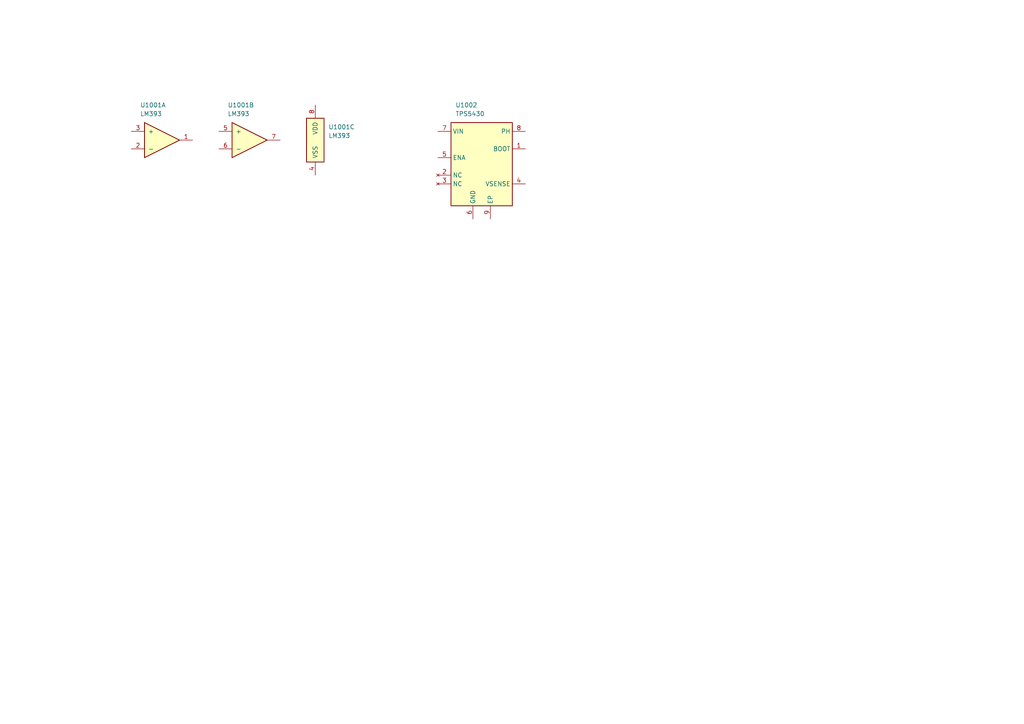
<source format=kicad_sch>
(kicad_sch
	(version 20250114)
	(generator "eeschema")
	(generator_version "9.0")
	(uuid "e63e39d7-6ac0-4ffd-8aa3-1841a4541b55")
	(paper "A4")
	(title_block
		(title "Project name")
		(date "2025-05-26")
		(rev "1")
		(comment 1 "PCA number")
		(comment 2 "PCB number")
	)
	(lib_symbols
		(symbol "lily_symbols:ic_comparator_dual_LM393_soic8"
			(pin_names
				(offset 1.016)
			)
			(exclude_from_sim no)
			(in_bom yes)
			(on_board yes)
			(property "Reference" "U"
				(at 2.54 7.62 0)
				(effects
					(font
						(size 1.27 1.27)
					)
					(justify left)
				)
			)
			(property "Value" "LM393"
				(at 2.54 5.08 0)
				(effects
					(font
						(size 1.27 1.27)
					)
					(justify left)
				)
			)
			(property "Footprint" "lily_footprints:soic8"
				(at 7.62 -15.24 0)
				(effects
					(font
						(size 1.27 1.27)
					)
					(hide yes)
				)
			)
			(property "Datasheet" "https://lilytronics.github.io/lily_kicad_lib/datasheets/onsemi/LM393D.pdf"
				(at 7.62 -27.94 0)
				(effects
					(font
						(size 1.27 1.27)
					)
					(hide yes)
				)
			)
			(property "Description" ""
				(at 0 0 0)
				(effects
					(font
						(size 1.27 1.27)
					)
					(hide yes)
				)
			)
			(property "Revision" "1"
				(at 7.62 -10.16 0)
				(effects
					(font
						(size 1.27 1.27)
					)
					(hide yes)
				)
			)
			(property "Status" "Active"
				(at 7.62 -12.7 0)
				(effects
					(font
						(size 1.27 1.27)
					)
					(hide yes)
				)
			)
			(property "Manufacturer" "onsemi"
				(at 7.62 -17.78 0)
				(effects
					(font
						(size 1.27 1.27)
					)
					(hide yes)
				)
			)
			(property "Manufacturer_ID" "LM393DR2G"
				(at 7.62 -20.32 0)
				(effects
					(font
						(size 1.27 1.27)
					)
					(hide yes)
				)
			)
			(property "Lily_ID" "NO_ID"
				(at 7.62 -22.86 0)
				(effects
					(font
						(size 1.27 1.27)
					)
					(hide yes)
				)
			)
			(property "JLCPCB_ID" "C7955"
				(at 7.62 -25.4 0)
				(effects
					(font
						(size 1.27 1.27)
					)
					(hide yes)
				)
			)
			(property "Notes" ""
				(at 7.62 -30.48 0)
				(effects
					(font
						(size 1.27 1.27)
					)
					(hide yes)
				)
			)
			(property "ki_locked" ""
				(at 0 0 0)
				(effects
					(font
						(size 1.27 1.27)
					)
				)
			)
			(symbol "ic_comparator_dual_LM393_soic8_1_1"
				(polyline
					(pts
						(xy 3.81 2.54) (xy 3.81 -7.62) (xy 13.97 -2.54) (xy 3.81 2.54)
					)
					(stroke
						(width 0.254)
						(type default)
					)
					(fill
						(type background)
					)
				)
				(pin input line
					(at 0 0 0)
					(length 3.81)
					(name "+"
						(effects
							(font
								(size 1.27 1.27)
							)
						)
					)
					(number "3"
						(effects
							(font
								(size 1.27 1.27)
							)
						)
					)
				)
				(pin input line
					(at 0 -5.08 0)
					(length 3.81)
					(name "-"
						(effects
							(font
								(size 1.27 1.27)
							)
						)
					)
					(number "2"
						(effects
							(font
								(size 1.27 1.27)
							)
						)
					)
				)
				(pin open_collector line
					(at 17.78 -2.54 180)
					(length 3.81)
					(name "~"
						(effects
							(font
								(size 1.27 1.27)
							)
						)
					)
					(number "1"
						(effects
							(font
								(size 1.27 1.27)
							)
						)
					)
				)
			)
			(symbol "ic_comparator_dual_LM393_soic8_2_1"
				(polyline
					(pts
						(xy 3.81 2.54) (xy 3.81 -7.62) (xy 13.97 -2.54) (xy 3.81 2.54)
					)
					(stroke
						(width 0.254)
						(type default)
					)
					(fill
						(type background)
					)
				)
				(pin input line
					(at 0 0 0)
					(length 3.81)
					(name "+"
						(effects
							(font
								(size 1.27 1.27)
							)
						)
					)
					(number "5"
						(effects
							(font
								(size 1.27 1.27)
							)
						)
					)
				)
				(pin input line
					(at 0 -5.08 0)
					(length 3.81)
					(name "-"
						(effects
							(font
								(size 1.27 1.27)
							)
						)
					)
					(number "6"
						(effects
							(font
								(size 1.27 1.27)
							)
						)
					)
				)
				(pin output line
					(at 17.78 -2.54 180)
					(length 3.81)
					(name "~"
						(effects
							(font
								(size 1.27 1.27)
							)
						)
					)
					(number "7"
						(effects
							(font
								(size 1.27 1.27)
							)
						)
					)
				)
			)
			(symbol "ic_comparator_dual_LM393_soic8_3_1"
				(rectangle
					(start -2.54 -3.81)
					(end 2.54 -16.51)
					(stroke
						(width 0.254)
						(type default)
					)
					(fill
						(type background)
					)
				)
				(pin power_in line
					(at 0 0 270)
					(length 3.81)
					(name "VDD"
						(effects
							(font
								(size 1.27 1.27)
							)
						)
					)
					(number "8"
						(effects
							(font
								(size 1.27 1.27)
							)
						)
					)
				)
				(pin power_in line
					(at 0 -20.32 90)
					(length 3.81)
					(name "VSS"
						(effects
							(font
								(size 1.27 1.27)
							)
						)
					)
					(number "4"
						(effects
							(font
								(size 1.27 1.27)
							)
						)
					)
				)
			)
			(embedded_fonts no)
		)
		(symbol "lily_symbols:ic_volt_reg_switching_TPS5430_hsoic8"
			(exclude_from_sim no)
			(in_bom yes)
			(on_board yes)
			(property "Reference" "U"
				(at 5.08 7.62 0)
				(effects
					(font
						(size 1.27 1.27)
					)
					(justify left)
				)
			)
			(property "Value" "TPS5430"
				(at 5.08 5.08 0)
				(effects
					(font
						(size 1.27 1.27)
					)
					(justify left)
				)
			)
			(property "Footprint" "lily_footprints:hsoic8"
				(at 12.7 -43.18 0)
				(effects
					(font
						(size 1.27 1.27)
					)
					(hide yes)
				)
			)
			(property "Datasheet" "https://lilytronics.github.io/lily_kicad_lib/datasheets/texas_instruments/TPS5430.pdf"
				(at 12.7 -55.88 0)
				(effects
					(font
						(size 1.27 1.27)
					)
					(hide yes)
				)
			)
			(property "Description" ""
				(at 0 0 0)
				(effects
					(font
						(size 1.27 1.27)
					)
					(hide yes)
				)
			)
			(property "Revision" "1"
				(at 12.7 -38.1 0)
				(effects
					(font
						(size 1.27 1.27)
					)
					(hide yes)
				)
			)
			(property "Status" "Active"
				(at 12.7 -40.64 0)
				(effects
					(font
						(size 1.27 1.27)
					)
					(hide yes)
				)
			)
			(property "Manufacturer" "Texas Instruments"
				(at 12.7 -45.72 0)
				(effects
					(font
						(size 1.27 1.27)
					)
					(hide yes)
				)
			)
			(property "Manufacturer_ID" "TPS5430DDAR"
				(at 12.7 -48.26 0)
				(effects
					(font
						(size 1.27 1.27)
					)
					(hide yes)
				)
			)
			(property "Lily_ID" "NO_ID"
				(at 12.7 -50.8 0)
				(effects
					(font
						(size 1.27 1.27)
					)
					(hide yes)
				)
			)
			(property "JLCPCB_ID" "C9864"
				(at 12.7 -53.34 0)
				(effects
					(font
						(size 1.27 1.27)
					)
					(hide yes)
				)
			)
			(symbol "ic_volt_reg_switching_TPS5430_hsoic8_0_1"
				(rectangle
					(start 3.81 2.54)
					(end 21.59 -21.59)
					(stroke
						(width 0.254)
						(type default)
					)
					(fill
						(type background)
					)
				)
			)
			(symbol "ic_volt_reg_switching_TPS5430_hsoic8_1_1"
				(pin power_in line
					(at 0 0 0)
					(length 3.81)
					(name "VIN"
						(effects
							(font
								(size 1.27 1.27)
							)
						)
					)
					(number "7"
						(effects
							(font
								(size 1.27 1.27)
							)
						)
					)
				)
				(pin input line
					(at 0 -7.62 0)
					(length 3.81)
					(name "ENA"
						(effects
							(font
								(size 1.27 1.27)
							)
						)
					)
					(number "5"
						(effects
							(font
								(size 1.27 1.27)
							)
						)
					)
				)
				(pin no_connect line
					(at 0 -12.7 0)
					(length 3.81)
					(name "NC"
						(effects
							(font
								(size 1.27 1.27)
							)
						)
					)
					(number "2"
						(effects
							(font
								(size 1.27 1.27)
							)
						)
					)
				)
				(pin no_connect line
					(at 0 -15.24 0)
					(length 3.81)
					(name "NC"
						(effects
							(font
								(size 1.27 1.27)
							)
						)
					)
					(number "3"
						(effects
							(font
								(size 1.27 1.27)
							)
						)
					)
				)
				(pin power_in line
					(at 10.16 -25.4 90)
					(length 3.81)
					(name "GND"
						(effects
							(font
								(size 1.27 1.27)
							)
						)
					)
					(number "6"
						(effects
							(font
								(size 1.27 1.27)
							)
						)
					)
				)
				(pin power_in line
					(at 15.24 -25.4 90)
					(length 3.81)
					(name "EP"
						(effects
							(font
								(size 1.27 1.27)
							)
						)
					)
					(number "9"
						(effects
							(font
								(size 1.27 1.27)
							)
						)
					)
				)
				(pin passive line
					(at 25.4 0 180)
					(length 3.81)
					(name "PH"
						(effects
							(font
								(size 1.27 1.27)
							)
						)
					)
					(number "8"
						(effects
							(font
								(size 1.27 1.27)
							)
						)
					)
				)
				(pin output line
					(at 25.4 -5.08 180)
					(length 3.81)
					(name "BOOT"
						(effects
							(font
								(size 1.27 1.27)
							)
						)
					)
					(number "1"
						(effects
							(font
								(size 1.27 1.27)
							)
						)
					)
				)
				(pin input line
					(at 25.4 -15.24 180)
					(length 3.81)
					(name "VSENSE"
						(effects
							(font
								(size 1.27 1.27)
							)
						)
					)
					(number "4"
						(effects
							(font
								(size 1.27 1.27)
							)
						)
					)
				)
			)
			(embedded_fonts no)
		)
	)
	(symbol
		(lib_id "lily_symbols:ic_comparator_dual_LM393_soic8")
		(at 38.1 38.1 0)
		(unit 1)
		(exclude_from_sim no)
		(in_bom yes)
		(on_board yes)
		(dnp no)
		(uuid "68ab972d-408a-4b21-9a30-fc6246ffe797")
		(property "Reference" "U1001"
			(at 40.64 30.48 0)
			(effects
				(font
					(size 1.27 1.27)
				)
				(justify left)
			)
		)
		(property "Value" "LM393"
			(at 40.64 33.02 0)
			(effects
				(font
					(size 1.27 1.27)
				)
				(justify left)
			)
		)
		(property "Footprint" "lily_footprints:soic8"
			(at 45.72 53.34 0)
			(effects
				(font
					(size 1.27 1.27)
				)
				(hide yes)
			)
		)
		(property "Datasheet" "https://lilytronics.github.io/lily_kicad_lib/datasheets/onsemi/LM393D.pdf"
			(at 45.72 66.04 0)
			(effects
				(font
					(size 1.27 1.27)
				)
				(hide yes)
			)
		)
		(property "Description" ""
			(at 38.1 38.1 0)
			(effects
				(font
					(size 1.27 1.27)
				)
				(hide yes)
			)
		)
		(property "Revision" "1"
			(at 45.72 48.26 0)
			(effects
				(font
					(size 1.27 1.27)
				)
				(hide yes)
			)
		)
		(property "Status" "Active"
			(at 45.72 50.8 0)
			(effects
				(font
					(size 1.27 1.27)
				)
				(hide yes)
			)
		)
		(property "Manufacturer" "onsemi"
			(at 45.72 55.88 0)
			(effects
				(font
					(size 1.27 1.27)
				)
				(hide yes)
			)
		)
		(property "Manufacturer_ID" "LM393DR2G"
			(at 45.72 58.42 0)
			(effects
				(font
					(size 1.27 1.27)
				)
				(hide yes)
			)
		)
		(property "Lily_ID" "NO_ID"
			(at 45.72 60.96 0)
			(effects
				(font
					(size 1.27 1.27)
				)
				(hide yes)
			)
		)
		(property "JLCPCB_ID" "C7955"
			(at 45.72 63.5 0)
			(effects
				(font
					(size 1.27 1.27)
				)
				(hide yes)
			)
		)
		(pin "3"
			(uuid "cde6bea0-8a6c-42b5-a30f-6ad709db7236")
		)
		(pin "2"
			(uuid "6827a76c-adb2-4d7f-95a4-b8023cfc7993")
		)
		(pin "1"
			(uuid "5b4f3f89-6225-4631-a331-60bb866ae89a")
		)
		(pin "5"
			(uuid "79238dab-af6a-4e1d-a9c8-a4480b919abc")
		)
		(pin "8"
			(uuid "10859a26-a28c-45a4-8bea-d8e1b6409f84")
		)
		(pin "4"
			(uuid "a3a12a3c-0e68-4712-9f29-5b91e4d43931")
		)
		(pin "6"
			(uuid "ba698956-c83c-4820-9426-04c4afb6ca9b")
		)
		(pin "7"
			(uuid "7edaa230-503f-4c4a-bf84-dc0c72d5e8e3")
		)
		(instances
			(project ""
				(path "/e63e39d7-6ac0-4ffd-8aa3-1841a4541b55"
					(reference "U1001")
					(unit 1)
				)
			)
		)
	)
	(symbol
		(lib_id "lily_symbols:ic_comparator_dual_LM393_soic8")
		(at 91.44 30.48 0)
		(unit 3)
		(exclude_from_sim no)
		(in_bom yes)
		(on_board yes)
		(dnp no)
		(uuid "ccc9ac9a-6208-4fb1-93fa-9d54a520fa48")
		(property "Reference" "U1001"
			(at 95.25 36.83 0)
			(effects
				(font
					(size 1.27 1.27)
				)
				(justify left)
			)
		)
		(property "Value" "LM393"
			(at 95.25 39.37 0)
			(effects
				(font
					(size 1.27 1.27)
				)
				(justify left)
			)
		)
		(property "Footprint" "lily_footprints:soic8"
			(at 99.06 45.72 0)
			(effects
				(font
					(size 1.27 1.27)
				)
				(hide yes)
			)
		)
		(property "Datasheet" "https://lilytronics.github.io/lily_kicad_lib/datasheets/onsemi/LM393D.pdf"
			(at 99.06 58.42 0)
			(effects
				(font
					(size 1.27 1.27)
				)
				(hide yes)
			)
		)
		(property "Description" ""
			(at 91.44 30.48 0)
			(effects
				(font
					(size 1.27 1.27)
				)
				(hide yes)
			)
		)
		(property "Revision" "1"
			(at 99.06 40.64 0)
			(effects
				(font
					(size 1.27 1.27)
				)
				(hide yes)
			)
		)
		(property "Status" "Active"
			(at 99.06 43.18 0)
			(effects
				(font
					(size 1.27 1.27)
				)
				(hide yes)
			)
		)
		(property "Manufacturer" "onsemi"
			(at 99.06 48.26 0)
			(effects
				(font
					(size 1.27 1.27)
				)
				(hide yes)
			)
		)
		(property "Manufacturer_ID" "LM393DR2G"
			(at 99.06 50.8 0)
			(effects
				(font
					(size 1.27 1.27)
				)
				(hide yes)
			)
		)
		(property "Lily_ID" "NO_ID"
			(at 99.06 53.34 0)
			(effects
				(font
					(size 1.27 1.27)
				)
				(hide yes)
			)
		)
		(property "JLCPCB_ID" "C7955"
			(at 99.06 55.88 0)
			(effects
				(font
					(size 1.27 1.27)
				)
				(hide yes)
			)
		)
		(pin "3"
			(uuid "cde6bea0-8a6c-42b5-a30f-6ad709db7237")
		)
		(pin "2"
			(uuid "6827a76c-adb2-4d7f-95a4-b8023cfc7994")
		)
		(pin "1"
			(uuid "5b4f3f89-6225-4631-a331-60bb866ae89b")
		)
		(pin "5"
			(uuid "79238dab-af6a-4e1d-a9c8-a4480b919abd")
		)
		(pin "8"
			(uuid "10859a26-a28c-45a4-8bea-d8e1b6409f85")
		)
		(pin "4"
			(uuid "a3a12a3c-0e68-4712-9f29-5b91e4d43932")
		)
		(pin "6"
			(uuid "ba698956-c83c-4820-9426-04c4afb6ca9c")
		)
		(pin "7"
			(uuid "7edaa230-503f-4c4a-bf84-dc0c72d5e8e4")
		)
		(instances
			(project ""
				(path "/e63e39d7-6ac0-4ffd-8aa3-1841a4541b55"
					(reference "U1001")
					(unit 3)
				)
			)
		)
	)
	(symbol
		(lib_id "lily_symbols:ic_volt_reg_switching_TPS5430_hsoic8")
		(at 127 38.1 0)
		(unit 1)
		(exclude_from_sim no)
		(in_bom yes)
		(on_board yes)
		(dnp no)
		(uuid "e1508c4c-33e6-488b-8dff-a75369733ea3")
		(property "Reference" "U1002"
			(at 132.08 30.48 0)
			(effects
				(font
					(size 1.27 1.27)
				)
				(justify left)
			)
		)
		(property "Value" "TPS5430"
			(at 132.08 33.02 0)
			(effects
				(font
					(size 1.27 1.27)
				)
				(justify left)
			)
		)
		(property "Footprint" "lily_footprints:hsoic8"
			(at 139.7 81.28 0)
			(effects
				(font
					(size 1.27 1.27)
				)
				(hide yes)
			)
		)
		(property "Datasheet" "https://lilytronics.github.io/lily_kicad_lib/datasheets/texas_instruments/TPS5430.pdf"
			(at 139.7 93.98 0)
			(effects
				(font
					(size 1.27 1.27)
				)
				(hide yes)
			)
		)
		(property "Description" ""
			(at 127 38.1 0)
			(effects
				(font
					(size 1.27 1.27)
				)
				(hide yes)
			)
		)
		(property "Revision" "1"
			(at 139.7 76.2 0)
			(effects
				(font
					(size 1.27 1.27)
				)
				(hide yes)
			)
		)
		(property "Status" "Active"
			(at 139.7 78.74 0)
			(effects
				(font
					(size 1.27 1.27)
				)
				(hide yes)
			)
		)
		(property "Manufacturer" "Texas Instruments"
			(at 139.7 83.82 0)
			(effects
				(font
					(size 1.27 1.27)
				)
				(hide yes)
			)
		)
		(property "Manufacturer_ID" "TPS5430DDAR"
			(at 139.7 86.36 0)
			(effects
				(font
					(size 1.27 1.27)
				)
				(hide yes)
			)
		)
		(property "Lily_ID" "NO_ID"
			(at 139.7 88.9 0)
			(effects
				(font
					(size 1.27 1.27)
				)
				(hide yes)
			)
		)
		(property "JLCPCB_ID" "C9864"
			(at 139.7 91.44 0)
			(effects
				(font
					(size 1.27 1.27)
				)
				(hide yes)
			)
		)
		(pin "3"
			(uuid "c4d34e79-3b3a-4e33-82d6-609036e9e7ba")
		)
		(pin "7"
			(uuid "a8ff2251-96e0-49a1-b2e0-27d87ee622a5")
		)
		(pin "5"
			(uuid "9a6e3399-dc8c-4bd8-b101-95025d1c0dfe")
		)
		(pin "2"
			(uuid "a52b7e76-1242-416a-be99-150e337ba161")
		)
		(pin "8"
			(uuid "3eb8767b-f22f-4e75-904e-4a1a9d112636")
		)
		(pin "6"
			(uuid "53a69f6d-5029-4a44-8de3-1f22a3fdff1f")
		)
		(pin "1"
			(uuid "29ce2248-3c3f-4b19-9bff-9053d950bc0f")
		)
		(pin "9"
			(uuid "ea83d8de-b3ad-4016-81f7-7a33a6e40c03")
		)
		(pin "4"
			(uuid "01037429-84a2-4ede-a4ab-96e5321e13f6")
		)
		(instances
			(project ""
				(path "/e63e39d7-6ac0-4ffd-8aa3-1841a4541b55"
					(reference "U1002")
					(unit 1)
				)
			)
		)
	)
	(symbol
		(lib_id "lily_symbols:ic_comparator_dual_LM393_soic8")
		(at 63.5 38.1 0)
		(unit 2)
		(exclude_from_sim no)
		(in_bom yes)
		(on_board yes)
		(dnp no)
		(uuid "ec70a85c-e506-499c-9685-ee1ee8a19911")
		(property "Reference" "U1001"
			(at 66.04 30.48 0)
			(effects
				(font
					(size 1.27 1.27)
				)
				(justify left)
			)
		)
		(property "Value" "LM393"
			(at 66.04 33.02 0)
			(effects
				(font
					(size 1.27 1.27)
				)
				(justify left)
			)
		)
		(property "Footprint" "lily_footprints:soic8"
			(at 71.12 53.34 0)
			(effects
				(font
					(size 1.27 1.27)
				)
				(hide yes)
			)
		)
		(property "Datasheet" "https://lilytronics.github.io/lily_kicad_lib/datasheets/onsemi/LM393D.pdf"
			(at 71.12 66.04 0)
			(effects
				(font
					(size 1.27 1.27)
				)
				(hide yes)
			)
		)
		(property "Description" ""
			(at 63.5 38.1 0)
			(effects
				(font
					(size 1.27 1.27)
				)
				(hide yes)
			)
		)
		(property "Revision" "1"
			(at 71.12 48.26 0)
			(effects
				(font
					(size 1.27 1.27)
				)
				(hide yes)
			)
		)
		(property "Status" "Active"
			(at 71.12 50.8 0)
			(effects
				(font
					(size 1.27 1.27)
				)
				(hide yes)
			)
		)
		(property "Manufacturer" "onsemi"
			(at 71.12 55.88 0)
			(effects
				(font
					(size 1.27 1.27)
				)
				(hide yes)
			)
		)
		(property "Manufacturer_ID" "LM393DR2G"
			(at 71.12 58.42 0)
			(effects
				(font
					(size 1.27 1.27)
				)
				(hide yes)
			)
		)
		(property "Lily_ID" "NO_ID"
			(at 71.12 60.96 0)
			(effects
				(font
					(size 1.27 1.27)
				)
				(hide yes)
			)
		)
		(property "JLCPCB_ID" "C7955"
			(at 71.12 63.5 0)
			(effects
				(font
					(size 1.27 1.27)
				)
				(hide yes)
			)
		)
		(pin "3"
			(uuid "cde6bea0-8a6c-42b5-a30f-6ad709db7238")
		)
		(pin "2"
			(uuid "6827a76c-adb2-4d7f-95a4-b8023cfc7995")
		)
		(pin "1"
			(uuid "5b4f3f89-6225-4631-a331-60bb866ae89c")
		)
		(pin "5"
			(uuid "79238dab-af6a-4e1d-a9c8-a4480b919abe")
		)
		(pin "8"
			(uuid "10859a26-a28c-45a4-8bea-d8e1b6409f86")
		)
		(pin "4"
			(uuid "a3a12a3c-0e68-4712-9f29-5b91e4d43933")
		)
		(pin "6"
			(uuid "ba698956-c83c-4820-9426-04c4afb6ca9d")
		)
		(pin "7"
			(uuid "7edaa230-503f-4c4a-bf84-dc0c72d5e8e5")
		)
		(instances
			(project ""
				(path "/e63e39d7-6ac0-4ffd-8aa3-1841a4541b55"
					(reference "U1001")
					(unit 2)
				)
			)
		)
	)
	(sheet_instances
		(path "/"
			(page "1")
		)
	)
	(embedded_fonts no)
)

</source>
